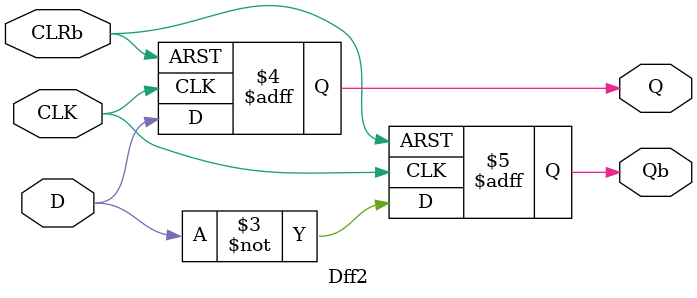
<source format=v>


module Dff2 ( Q, Qb, CLK, CLRb, D );

   // input ports
   input CLRb, CLK, D;
   
   // output ports
   output Q, Qb;

   // internal variables
   reg 	  Q, Qb;

   always @(posedge CLK or negedge CLRb)
     if(~CLRb) begin
	Q <= 1'b0;
	Qb <= 1'b1;
     end else begin
	Q <= D;
	Qb <= ~D;
     end
endmodule

</source>
